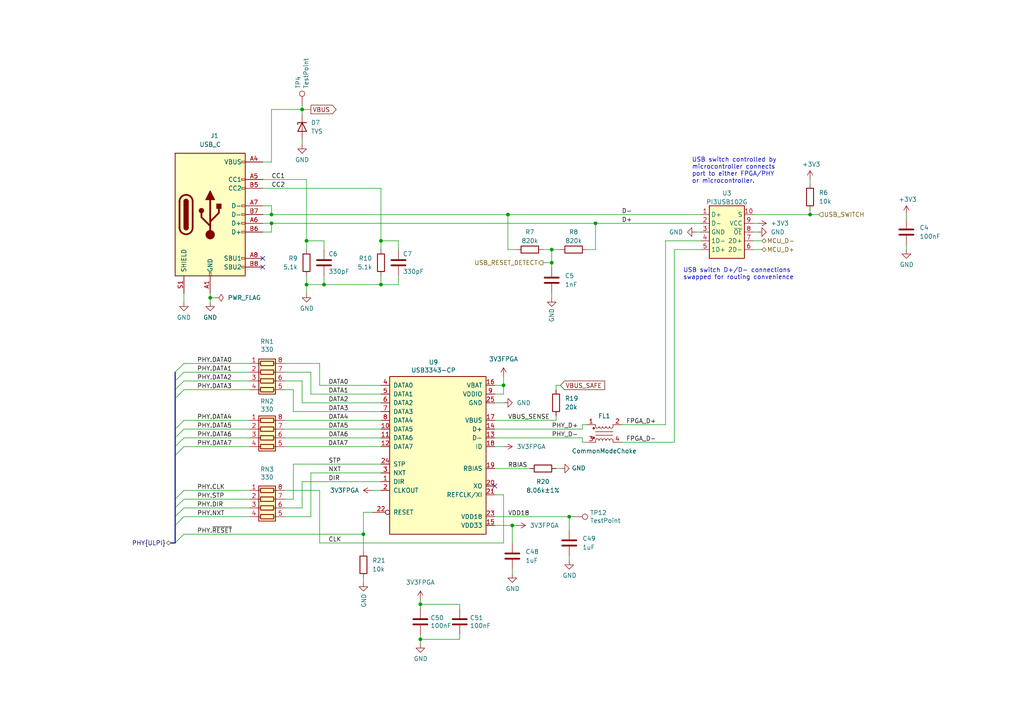
<source format=kicad_sch>
(kicad_sch (version 20230121) (generator eeschema)
  (paper "A4")
  (title_block (title "URTI Mainboard") (date "${DATE}") (rev "${VERSION}") (company "Copyright 2023 Great Scott Gadgets") (comment 1 "Licensed under the CERN-OHL-P v2"))
  (lib_symbols
    (symbol "Connector:TestPoint" (pin_numbers hide) (pin_names (offset 0.762) hide)
      (property "Reference" "TP" (at 0 6.858 0))
      (property "Value" "TestPoint" (at 0 5.08 0))
      (symbol "TestPoint_0_1"
        (circle (center 0 3.302) (radius 0.762))
      )
      (symbol "TestPoint_1_1"
        (pin passive line (at 0 0 90) (length 2.54) (name "1") (number "1"))
      )
    )
    (symbol "Connector:USB_C_Receptacle_USB2.0" (pin_names (offset 1.016))
      (property "Reference" "J" (at -10.16 19.05 0))
      (property "Value" "USB_C_Receptacle_USB2.0" (at 19.05 19.05 0))
      (symbol "USB_C_Receptacle_USB2.0_0_0"
        (rectangle (start -0.254 -17.78) (end 0.254 -16.764))
        (rectangle (start 10.16 -14.986) (end 9.144 -15.494))
        (rectangle (start 10.16 -12.446) (end 9.144 -12.954))
        (rectangle (start 10.16 -4.826) (end 9.144 -5.334))
        (rectangle (start 10.16 -2.286) (end 9.144 -2.794))
        (rectangle (start 10.16 0.254) (end 9.144 -0.254))
        (rectangle (start 10.16 2.794) (end 9.144 2.286))
        (rectangle (start 10.16 7.874) (end 9.144 7.366))
        (rectangle (start 10.16 10.414) (end 9.144 9.906))
        (rectangle (start 10.16 15.494) (end 9.144 14.986))
      )
      (symbol "USB_C_Receptacle_USB2.0_0_1"
        (rectangle (start -10.16 17.78) (end 10.16 -17.78) (stroke (width 0.254)) (fill (type background)))
        (arc (start -8.89 -3.81) (mid -6.985 -5.7067) (end -5.08 -3.81) (stroke (width 0.508)))
        (arc (start -7.62 -3.81) (mid -6.985 -4.4423) (end -6.35 -3.81) (stroke (width 0.254)))
        (arc (start -7.62 -3.81) (mid -6.985 -4.4423) (end -6.35 -3.81) (stroke (width 0.254)) (fill (type outline)))
        (rectangle (start -7.62 -3.81) (end -6.35 3.81) (stroke (width 0.254)) (fill (type outline)))
        (arc (start -6.35 3.81) (mid -6.985 4.4423) (end -7.62 3.81) (stroke (width 0.254)))
        (arc (start -6.35 3.81) (mid -6.985 4.4423) (end -7.62 3.81) (stroke (width 0.254)) (fill (type outline)))
        (arc (start -5.08 3.81) (mid -6.985 5.7067) (end -8.89 3.81) (stroke (width 0.508)))
        (circle (center -2.54 1.143) (radius 0.635) (stroke (width 0.254)) (fill (type outline)))
        (circle (center 0 -5.842) (radius 1.27) (fill (type outline)))
        (polyline (pts (xy -8.89 -3.81) (xy -8.89 3.81)) (stroke (width 0.508)))
        (polyline (pts (xy -5.08 3.81) (xy -5.08 -3.81)) (stroke (width 0.508)))
        (polyline (pts (xy 0 -5.842) (xy 0 4.318)) (stroke (width 0.508)))
        (polyline (pts (xy 0 -3.302) (xy -2.54 -0.762) (xy -2.54 0.508)) (stroke (width 0.508)))
        (polyline (pts (xy 0 -2.032) (xy 2.54 0.508) (xy 2.54 1.778)) (stroke (width 0.508)))
        (polyline (pts (xy -1.27 4.318) (xy 0 6.858) (xy 1.27 4.318) (xy -1.27 4.318)) (stroke (width 0.254)) (fill (type outline)))
        (rectangle (start 1.905 1.778) (end 3.175 3.048) (stroke (width 0.254)) (fill (type outline)))
      )
      (symbol "USB_C_Receptacle_USB2.0_1_1"
        (pin passive line (at 0 -22.86 90) (length 5.08) (name "GND") (number "A1"))
        (pin passive line (at 0 -22.86 90) (length 5.08) hide (name "GND") (number "A12"))
        (pin passive line (at 15.24 15.24 180) (length 5.08) (name "VBUS") (number "A4"))
        (pin bidirectional line (at 15.24 10.16 180) (length 5.08) (name "CC1") (number "A5"))
        (pin bidirectional line (at 15.24 -2.54 180) (length 5.08) (name "D+") (number "A6"))
        (pin bidirectional line (at 15.24 2.54 180) (length 5.08) (name "D-") (number "A7"))
        (pin bidirectional line (at 15.24 -12.7 180) (length 5.08) (name "SBU1") (number "A8"))
        (pin passive line (at 15.24 15.24 180) (length 5.08) hide (name "VBUS") (number "A9"))
        (pin passive line (at 0 -22.86 90) (length 5.08) hide (name "GND") (number "B1"))
        (pin passive line (at 0 -22.86 90) (length 5.08) hide (name "GND") (number "B12"))
        (pin passive line (at 15.24 15.24 180) (length 5.08) hide (name "VBUS") (number "B4"))
        (pin bidirectional line (at 15.24 7.62 180) (length 5.08) (name "CC2") (number "B5"))
        (pin bidirectional line (at 15.24 -5.08 180) (length 5.08) (name "D+") (number "B6"))
        (pin bidirectional line (at 15.24 0 180) (length 5.08) (name "D-") (number "B7"))
        (pin bidirectional line (at 15.24 -15.24 180) (length 5.08) (name "SBU2") (number "B8"))
        (pin passive line (at 15.24 15.24 180) (length 5.08) hide (name "VBUS") (number "B9"))
        (pin passive line (at -7.62 -22.86 90) (length 5.08) (name "SHIELD") (number "S1"))
      )
    )
    (symbol "Device:C" (pin_numbers hide) (pin_names (offset 0.254))
      (property "Reference" "C" (at 0.635 2.54 0))
      (property "Value" "C" (at 0.635 -2.54 0))
      (symbol "C_0_1"
        (polyline (pts (xy -2.032 -0.762) (xy 2.032 -0.762)) (stroke (width 0.508)))
        (polyline (pts (xy -2.032 0.762) (xy 2.032 0.762)) (stroke (width 0.508)))
      )
      (symbol "C_1_1"
        (pin passive line (at 0 3.81 270) (length 2.794) (name "~") (number "1"))
        (pin passive line (at 0 -3.81 90) (length 2.794) (name "~") (number "2"))
      )
    )
    (symbol "Device:D_Zener" (pin_numbers hide) (pin_names (offset 1.016) hide)
      (property "Reference" "D" (at 0 2.54 0))
      (property "Value" "D_Zener" (at 0 -2.54 0))
      (symbol "D_Zener_0_1"
        (polyline (pts (xy 1.27 0) (xy -1.27 0)))
        (polyline (pts (xy -1.27 -1.27) (xy -1.27 1.27) (xy -0.762 1.27)) (stroke (width 0.254)))
        (polyline (pts (xy 1.27 -1.27) (xy 1.27 1.27) (xy -1.27 0) (xy 1.27 -1.27)) (stroke (width 0.254)))
      )
      (symbol "D_Zener_1_1"
        (pin passive line (at -3.81 0 0) (length 2.54) (name "K") (number "1"))
        (pin passive line (at 3.81 0 180) (length 2.54) (name "A") (number "2"))
      )
    )
    (symbol "Device:Filter_EMI_CommonMode" (pin_names (offset 0.254) hide)
      (property "Reference" "FL" (at 0 4.445 0))
      (property "Value" "Filter_EMI_CommonMode" (at 0 -4.445 0))
      (symbol "Filter_EMI_CommonMode_0_1"
        (circle (center -3.048 -1.27) (radius 0.254) (fill (type outline)))
        (circle (center -3.048 1.524) (radius 0.254) (fill (type outline)))
        (arc (start -2.54 2.032) (mid -2.032 1.5262) (end -1.524 2.032))
        (arc (start -1.524 -2.032) (mid -2.032 -1.5262) (end -2.54 -2.032))
        (arc (start -1.524 2.032) (mid -1.016 1.5262) (end -0.508 2.032))
        (arc (start -0.508 -2.032) (mid -1.016 -1.5262) (end -1.524 -2.032))
        (arc (start -0.508 2.032) (mid 0 1.5262) (end 0.508 2.032))
        (polyline (pts (xy -2.54 -2.032) (xy -2.54 -2.54)))
        (polyline (pts (xy -2.54 0.508) (xy 2.54 0.508)))
        (polyline (pts (xy -2.54 2.032) (xy -2.54 2.54)))
        (polyline (pts (xy 2.54 -2.032) (xy 2.54 -2.54)))
        (polyline (pts (xy 2.54 -0.508) (xy -2.54 -0.508)))
        (polyline (pts (xy 2.54 2.54) (xy 2.54 2.032)))
        (arc (start 0.508 -2.032) (mid 0 -1.5262) (end -0.508 -2.032))
        (arc (start 0.508 2.032) (mid 1.016 1.5262) (end 1.524 2.032))
        (arc (start 1.524 -2.032) (mid 1.016 -1.5262) (end 0.508 -2.032))
        (arc (start 1.524 2.032) (mid 2.032 1.5262) (end 2.54 2.032))
        (arc (start 2.54 -2.032) (mid 2.032 -1.5262) (end 1.524 -2.032))
      )
      (symbol "Filter_EMI_CommonMode_1_1"
        (pin passive line (at -5.08 2.54 0) (length 2.54) (name "1") (number "1"))
        (pin passive line (at 5.08 2.54 180) (length 2.54) (name "2") (number "2"))
        (pin passive line (at -5.08 -2.54 0) (length 2.54) (name "3") (number "3"))
        (pin passive line (at 5.08 -2.54 180) (length 2.54) (name "4") (number "4"))
      )
    )
    (symbol "Device:R" (pin_numbers hide) (pin_names (offset 0))
      (property "Reference" "R" (at 2.032 0 90))
      (property "Value" "R" (at 0 0 90))
      (symbol "R_0_1"
        (rectangle (start -1.016 -2.54) (end 1.016 2.54) (stroke (width 0.254)))
      )
      (symbol "R_1_1"
        (pin passive line (at 0 3.81 270) (length 1.27) (name "~") (number "1"))
        (pin passive line (at 0 -3.81 90) (length 1.27) (name "~") (number "2"))
      )
    )
    (symbol "Device:R_Pack04" (pin_names (offset 0) hide)
      (property "Reference" "RN" (at -7.62 0 90))
      (property "Value" "R_Pack04" (at 5.08 0 90))
      (symbol "R_Pack04_0_1"
        (rectangle (start -6.35 -2.413) (end 3.81 2.413) (stroke (width 0.254)) (fill (type background)))
        (rectangle (start -5.715 1.905) (end -4.445 -1.905) (stroke (width 0.254)))
        (rectangle (start -3.175 1.905) (end -1.905 -1.905) (stroke (width 0.254)))
        (rectangle (start -0.635 1.905) (end 0.635 -1.905) (stroke (width 0.254)))
        (polyline (pts (xy -5.08 -2.54) (xy -5.08 -1.905)))
        (polyline (pts (xy -5.08 1.905) (xy -5.08 2.54)))
        (polyline (pts (xy -2.54 -2.54) (xy -2.54 -1.905)))
        (polyline (pts (xy -2.54 1.905) (xy -2.54 2.54)))
        (polyline (pts (xy 0 -2.54) (xy 0 -1.905)))
        (polyline (pts (xy 0 1.905) (xy 0 2.54)))
        (polyline (pts (xy 2.54 -2.54) (xy 2.54 -1.905)))
        (polyline (pts (xy 2.54 1.905) (xy 2.54 2.54)))
        (rectangle (start 1.905 1.905) (end 3.175 -1.905) (stroke (width 0.254)))
      )
      (symbol "R_Pack04_1_1"
        (pin passive line (at -5.08 -5.08 90) (length 2.54) (name "R1.1") (number "1"))
        (pin passive line (at -2.54 -5.08 90) (length 2.54) (name "R2.1") (number "2"))
        (pin passive line (at 0 -5.08 90) (length 2.54) (name "R3.1") (number "3"))
        (pin passive line (at 2.54 -5.08 90) (length 2.54) (name "R4.1") (number "4"))
        (pin passive line (at 2.54 5.08 270) (length 2.54) (name "R4.2") (number "5"))
        (pin passive line (at 0 5.08 270) (length 2.54) (name "R3.2") (number "6"))
        (pin passive line (at -2.54 5.08 270) (length 2.54) (name "R2.2") (number "7"))
        (pin passive line (at -5.08 5.08 270) (length 2.54) (name "R1.2") (number "8"))
      )
    )
    (symbol "power:+3V3" (power) (pin_names (offset 0))
      (property "Value" "+3V3" (at 0 3.556 0))
      (symbol "+3V3_0_1"
        (polyline (pts (xy -0.762 1.27) (xy 0 2.54)))
        (polyline (pts (xy 0 0) (xy 0 2.54)))
        (polyline (pts (xy 0 2.54) (xy 0.762 1.27)))
      )
      (symbol "+3V3_1_1"
        (pin power_in line (at 0 0 90) (length 0) hide (name "+3V3") (number "1"))
      )
    )
    (symbol "power:GND" (power) (pin_names (offset 0))
      (property "Value" "GND" (at 0 -3.81 0))
      (symbol "GND_0_1"
        (polyline (pts (xy 0 0) (xy 0 -1.27) (xy 1.27 -1.27) (xy 0 -2.54) (xy -1.27 -1.27) (xy 0 -1.27)))
      )
      (symbol "GND_1_1"
        (pin power_in line (at 0 0 270) (length 0) hide (name "GND") (number "1"))
      )
    )
    (symbol "power:PWR_FLAG" (power) (pin_numbers hide) (pin_names (offset 0) hide)
      (property "Value" "PWR_FLAG" (at 0 3.81 0))
      (symbol "PWR_FLAG_0_0"
        (pin power_out line (at 0 0 90) (length 0) (name "pwr") (number "1"))
      )
      (symbol "PWR_FLAG_0_1"
        (polyline (pts (xy 0 0) (xy 0 1.27) (xy -1.016 1.905) (xy 0 2.54) (xy 1.016 1.905) (xy 0 1.27)))
      )
    )
    (symbol "support_hardware:3V3FPGA" (power) (pin_names (offset 0))
      (property "Value" "3V3FPGA" (at 0 3.81 0))
      (symbol "3V3FPGA_0_1"
        (polyline (pts (xy -0.762 1.27) (xy 0 2.54)))
        (polyline (pts (xy 0 0) (xy 0 2.54)))
        (polyline (pts (xy 0 2.54) (xy 0.762 1.27)))
      )
      (symbol "3V3FPGA_1_1"
        (pin power_in line (at 0 0 90) (length 0) hide (name "3V3FPGA") (number "1"))
      )
    )
    (symbol "usb:TC7USB42MU"
      (property "Reference" "U" (at 0 8.89 0))
      (property "Value" "TC7USB42MU" (at 0 -8.89 0))
      (symbol "TC7USB42MU_1_1"
        (rectangle (start -5.08 7.62) (end 5.08 -7.62) (stroke (width 0.254)) (fill (type background)))
        (pin bidirectional line (at -7.62 5.08 0) (length 2.54) (name "D+") (number "1"))
        (pin input line (at 7.62 5.08 180) (length 2.54) (name "S") (number "10"))
        (pin bidirectional line (at -7.62 2.54 0) (length 2.54) (name "D-") (number "2"))
        (pin power_in line (at -7.62 0 0) (length 2.54) (name "GND") (number "3"))
        (pin bidirectional line (at -7.62 -2.54 0) (length 2.54) (name "1D-") (number "4"))
        (pin bidirectional line (at -7.62 -5.08 0) (length 2.54) (name "1D+") (number "5"))
        (pin bidirectional line (at 7.62 -5.08 180) (length 2.54) (name "2D-") (number "6"))
        (pin bidirectional line (at 7.62 -2.54 180) (length 2.54) (name "2D+") (number "7"))
        (pin input line (at 7.62 0 180) (length 2.54) (name "~{OE}") (number "8"))
        (pin power_in line (at 7.62 2.54 180) (length 2.54) (name "VCC") (number "9"))
      )
    )
    (symbol "usb:USB3343" (pin_names (offset 1.016))
      (property "Reference" "U" (at 3.81 -46.99 0))
      (property "Value" "USB3343" (at 25.4 -46.99 0))
      (symbol "USB3343_1_1"
        (rectangle (start 2.54 0) (end 30.48 -45.72) (stroke (width 0.254)) (fill (type background)))
        (pin output line (at 0 -30.48 0) (length 2.54) (name "DIR") (number "1"))
        (pin bidirectional line (at 0 -15.24 0) (length 2.54) (name "DATA5") (number "10"))
        (pin bidirectional line (at 0 -17.78 0) (length 2.54) (name "DATA6") (number "11"))
        (pin bidirectional line (at 0 -20.32 0) (length 2.54) (name "DATA7") (number "12"))
        (pin bidirectional line (at 33.02 -17.78 180) (length 2.54) (name "D-") (number "13"))
        (pin bidirectional line (at 33.02 -15.24 180) (length 2.54) (name "D+") (number "14"))
        (pin power_out line (at 33.02 -43.18 180) (length 2.54) (name "VDD33") (number "15"))
        (pin power_in line (at 33.02 -2.54 180) (length 2.54) (name "VBAT") (number "16"))
        (pin bidirectional line (at 33.02 -12.7 180) (length 2.54) (name "VBUS") (number "17"))
        (pin input line (at 33.02 -20.32 180) (length 2.54) (name "ID") (number "18"))
        (pin input line (at 33.02 -26.67 180) (length 2.54) (name "RBIAS") (number "19"))
        (pin passive line (at 0 -33.02 0) (length 2.54) (name "CLKOUT") (number "2"))
        (pin output line (at 33.02 -31.75 180) (length 2.54) (name "XO") (number "20"))
        (pin input line (at 33.02 -34.29 180) (length 2.54) (name "REFCLK/XI") (number "21"))
        (pin input inverted (at -2.54 -39.37 0) (length 5.08) (name "RESET") (number "22"))
        (pin power_out line (at 33.02 -40.64 180) (length 2.54) (name "VDD18") (number "23"))
        (pin input line (at 0 -25.4 0) (length 2.54) (name "STP") (number "24"))
        (pin power_in line (at 33.02 -7.62 180) (length 2.54) (name "GND") (number "25"))
        (pin output line (at 0 -27.94 0) (length 2.54) (name "NXT") (number "3"))
        (pin bidirectional line (at 0 -2.54 0) (length 2.54) (name "DATA0") (number "4"))
        (pin bidirectional line (at 0 -5.08 0) (length 2.54) (name "DATA1") (number "5"))
        (pin bidirectional line (at 0 -7.62 0) (length 2.54) (name "DATA2") (number "6"))
        (pin bidirectional line (at 0 -10.16 0) (length 2.54) (name "DATA3") (number "7"))
        (pin bidirectional line (at 0 -12.7 0) (length 2.54) (name "DATA4") (number "8"))
        (pin power_in line (at 33.02 -5.08 180) (length 2.54) (name "VDDIO") (number "9"))
      )
    )
  )
  (junction (at 160.02 72.39))
  (junction (at 88.9 69.85))
  (junction (at 78.74 62.23))
  (junction (at 105.41 154.94))
  (junction (at 121.92 175.26))
  (junction (at 93.98 82.55))
  (junction (at 146.05 111.76))
  (junction (at 60.96 86.36))
  (junction (at 148.59 152.4))
  (junction (at 110.49 69.85))
  (junction (at 78.74 64.77))
  (junction (at 88.9 82.55))
  (junction (at 172.72 64.77))
  (junction (at 234.95 62.23))
  (junction (at 165.1 149.86))
  (junction (at 121.92 185.42))
  (junction (at 160.02 76.2))
  (junction (at 147.32 62.23))
  (junction (at 110.49 82.55))
  (junction (at 87.63 31.75))
  (no_connect (at 76.2 77.47))
  (no_connect (at 76.2 74.93))
  (no_connect (at 143.51 140.97))
  (bus_entry (at 50.8 132.08) (size 2.54 -2.54))
  (bus_entry (at 50.8 124.46) (size 2.54 -2.54))
  (bus_entry (at 50.8 113.03) (size 2.54 -2.54))
  (bus_entry (at 50.8 127) (size 2.54 -2.54))
  (bus_entry (at 50.8 129.54) (size 2.54 -2.54))
  (bus_entry (at 50.8 157.48) (size 2.54 -2.54))
  (bus_entry (at 53.34 149.86) (size -2.54 2.54))
  (bus_entry (at 50.8 115.57) (size 2.54 -2.54))
  (bus_entry (at 50.8 147.32) (size 2.54 -2.54))
  (bus_entry (at 50.8 110.49) (size 2.54 -2.54))
  (bus_entry (at 50.8 144.78) (size 2.54 -2.54))
  (bus_entry (at 50.8 149.86) (size 2.54 -2.54))
  (bus_entry (at 53.34 105.41) (size -2.54 2.54))
  (wire (pts (xy 87.63 30.48) (xy 87.63 31.75)))
  (wire (pts (xy 53.34 85.09) (xy 53.34 87.63)))
  (wire (pts (xy 168.91 124.46) (xy 168.91 123.19)))
  (wire (pts (xy 87.63 31.75) (xy 87.63 33.02)))
  (wire (pts (xy 82.55 107.95) (xy 90.17 107.95)))
  (wire (pts (xy 78.74 46.99) (xy 76.2 46.99)))
  (wire (pts (xy 203.2 72.39) (xy 195.58 72.39)))
  (wire (pts (xy 133.35 184.15) (xy 133.35 185.42)))
  (wire (pts (xy 143.51 127) (xy 168.91 127)))
  (bus (pts (xy 50.8 124.46) (xy 50.8 127)))
  (wire (pts (xy 72.39 127) (xy 53.34 127)))
  (wire (pts (xy 87.63 31.75) (xy 90.17 31.75)))
  (wire (pts (xy 143.51 129.54) (xy 146.05 129.54)))
  (wire (pts (xy 168.91 127) (xy 168.91 128.27)))
  (wire (pts (xy 148.59 157.48) (xy 148.59 152.4)))
  (wire (pts (xy 234.95 52.07) (xy 234.95 53.34)))
  (wire (pts (xy 148.59 152.4) (xy 143.51 152.4)))
  (wire (pts (xy 82.55 113.03) (xy 85.09 113.03)))
  (bus (pts (xy 50.8 152.4) (xy 50.8 157.48)))
  (wire (pts (xy 234.95 62.23) (xy 218.44 62.23)))
  (wire (pts (xy 218.44 67.31) (xy 219.71 67.31)))
  (wire (pts (xy 180.34 123.19) (xy 193.04 123.19)))
  (wire (pts (xy 133.35 185.42) (xy 121.92 185.42)))
  (wire (pts (xy 76.2 54.61) (xy 110.49 54.61)))
  (wire (pts (xy 143.51 124.46) (xy 168.91 124.46)))
  (wire (pts (xy 115.57 82.55) (xy 110.49 82.55)))
  (wire (pts (xy 78.74 31.75) (xy 87.63 31.75)))
  (wire (pts (xy 121.92 184.15) (xy 121.92 185.42)))
  (bus (pts (xy 50.8 107.95) (xy 50.8 110.49)))
  (wire (pts (xy 88.9 72.39) (xy 88.9 69.85)))
  (wire (pts (xy 60.96 86.36) (xy 60.96 87.63)))
  (wire (pts (xy 72.39 105.41) (xy 53.34 105.41)))
  (wire (pts (xy 160.02 72.39) (xy 162.56 72.39)))
  (bus (pts (xy 50.8 115.57) (xy 50.8 124.46)))
  (wire (pts (xy 72.39 129.54) (xy 53.34 129.54)))
  (bus (pts (xy 50.8 132.08) (xy 50.8 144.78)))
  (wire (pts (xy 92.71 142.24) (xy 92.71 157.48)))
  (wire (pts (xy 110.49 54.61) (xy 110.49 69.85)))
  (wire (pts (xy 105.41 154.94) (xy 105.41 148.59)))
  (wire (pts (xy 93.98 80.01) (xy 93.98 82.55)))
  (wire (pts (xy 115.57 72.39) (xy 115.57 69.85)))
  (wire (pts (xy 105.41 160.02) (xy 105.41 154.94)))
  (wire (pts (xy 160.02 76.2) (xy 157.48 76.2)))
  (wire (pts (xy 76.2 62.23) (xy 78.74 62.23)))
  (wire (pts (xy 193.04 69.85) (xy 203.2 69.85)))
  (wire (pts (xy 90.17 149.86) (xy 82.55 149.86)))
  (wire (pts (xy 85.09 113.03) (xy 85.09 119.38)))
  (wire (pts (xy 203.2 64.77) (xy 172.72 64.77)))
  (wire (pts (xy 72.39 110.49) (xy 53.34 110.49)))
  (wire (pts (xy 82.55 105.41) (xy 92.71 105.41)))
  (wire (pts (xy 72.39 124.46) (xy 53.34 124.46)))
  (wire (pts (xy 72.39 147.32) (xy 53.34 147.32)))
  (wire (pts (xy 165.1 153.67) (xy 165.1 149.86)))
  (wire (pts (xy 160.02 76.2) (xy 160.02 77.47)))
  (wire (pts (xy 262.89 71.12) (xy 262.89 72.39)))
  (wire (pts (xy 85.09 119.38) (xy 110.49 119.38)))
  (wire (pts (xy 92.71 111.76) (xy 110.49 111.76)))
  (wire (pts (xy 110.49 142.24) (xy 107.95 142.24)))
  (wire (pts (xy 72.39 142.24) (xy 53.34 142.24)))
  (wire (pts (xy 161.29 121.92) (xy 143.51 121.92)))
  (wire (pts (xy 172.72 72.39) (xy 170.18 72.39)))
  (bus (pts (xy 50.8 149.86) (xy 50.8 152.4)))
  (wire (pts (xy 88.9 82.55) (xy 88.9 85.09)))
  (wire (pts (xy 110.49 124.46) (xy 82.55 124.46)))
  (wire (pts (xy 72.39 149.86) (xy 53.34 149.86)))
  (wire (pts (xy 147.32 62.23) (xy 203.2 62.23)))
  (wire (pts (xy 146.05 114.3) (xy 143.51 114.3)))
  (wire (pts (xy 107.95 148.59) (xy 105.41 148.59)))
  (wire (pts (xy 172.72 64.77) (xy 172.72 72.39)))
  (wire (pts (xy 110.49 134.62) (xy 85.09 134.62)))
  (wire (pts (xy 161.29 120.65) (xy 161.29 121.92)))
  (wire (pts (xy 143.51 143.51) (xy 146.05 143.51)))
  (wire (pts (xy 60.96 86.36) (xy 62.23 86.36)))
  (wire (pts (xy 82.55 142.24) (xy 92.71 142.24)))
  (wire (pts (xy 201.93 67.31) (xy 203.2 67.31)))
  (bus (pts (xy 50.8 110.49) (xy 50.8 113.03)))
  (wire (pts (xy 153.67 135.89) (xy 143.51 135.89)))
  (wire (pts (xy 88.9 52.07) (xy 88.9 69.85)))
  (wire (pts (xy 76.2 59.69) (xy 78.74 59.69)))
  (wire (pts (xy 161.29 113.03) (xy 161.29 111.76)))
  (bus (pts (xy 50.8 144.78) (xy 50.8 147.32)))
  (bus (pts (xy 49.53 157.48) (xy 50.8 157.48)))
  (wire (pts (xy 76.2 64.77) (xy 78.74 64.77)))
  (wire (pts (xy 85.09 134.62) (xy 85.09 144.78)))
  (wire (pts (xy 218.44 72.39) (xy 220.98 72.39)))
  (wire (pts (xy 146.05 157.48) (xy 146.05 143.51)))
  (wire (pts (xy 87.63 116.84) (xy 110.49 116.84)))
  (wire (pts (xy 87.63 147.32) (xy 82.55 147.32)))
  (wire (pts (xy 110.49 137.16) (xy 90.17 137.16)))
  (wire (pts (xy 262.89 62.23) (xy 262.89 63.5)))
  (wire (pts (xy 78.74 62.23) (xy 147.32 62.23)))
  (wire (pts (xy 121.92 175.26) (xy 133.35 175.26)))
  (wire (pts (xy 78.74 59.69) (xy 78.74 62.23)))
  (wire (pts (xy 168.91 123.19) (xy 170.18 123.19)))
  (wire (pts (xy 90.17 137.16) (xy 90.17 149.86)))
  (wire (pts (xy 162.56 135.89) (xy 161.29 135.89)))
  (wire (pts (xy 93.98 72.39) (xy 93.98 69.85)))
  (wire (pts (xy 76.2 52.07) (xy 88.9 52.07)))
  (wire (pts (xy 143.51 149.86) (xy 165.1 149.86)))
  (wire (pts (xy 110.49 127) (xy 82.55 127)))
  (wire (pts (xy 90.17 114.3) (xy 110.49 114.3)))
  (wire (pts (xy 133.35 175.26) (xy 133.35 176.53)))
  (wire (pts (xy 78.74 64.77) (xy 78.74 67.31)))
  (bus (pts (xy 50.8 129.54) (xy 50.8 132.08)))
  (wire (pts (xy 143.51 111.76) (xy 146.05 111.76)))
  (wire (pts (xy 82.55 110.49) (xy 87.63 110.49)))
  (wire (pts (xy 193.04 123.19) (xy 193.04 69.85)))
  (wire (pts (xy 105.41 168.91) (xy 105.41 167.64)))
  (wire (pts (xy 78.74 64.77) (xy 172.72 64.77)))
  (wire (pts (xy 92.71 157.48) (xy 146.05 157.48)))
  (wire (pts (xy 88.9 80.01) (xy 88.9 82.55)))
  (wire (pts (xy 87.63 139.7) (xy 87.63 147.32)))
  (wire (pts (xy 121.92 175.26) (xy 121.92 176.53)))
  (wire (pts (xy 53.34 107.95) (xy 72.39 107.95)))
  (bus (pts (xy 50.8 127) (xy 50.8 129.54)))
  (wire (pts (xy 72.39 144.78) (xy 53.34 144.78)))
  (wire (pts (xy 148.59 152.4) (xy 149.86 152.4)))
  (wire (pts (xy 165.1 149.86) (xy 166.37 149.86)))
  (wire (pts (xy 90.17 107.95) (xy 90.17 114.3)))
  (wire (pts (xy 93.98 82.55) (xy 110.49 82.55)))
  (wire (pts (xy 157.48 72.39) (xy 160.02 72.39)))
  (wire (pts (xy 60.96 85.09) (xy 60.96 86.36)))
  (wire (pts (xy 195.58 72.39) (xy 195.58 128.27)))
  (wire (pts (xy 88.9 82.55) (xy 93.98 82.55)))
  (wire (pts (xy 115.57 69.85) (xy 110.49 69.85)))
  (wire (pts (xy 87.63 40.64) (xy 87.63 41.91)))
  (wire (pts (xy 87.63 110.49) (xy 87.63 116.84)))
  (wire (pts (xy 219.71 64.77) (xy 218.44 64.77)))
  (wire (pts (xy 160.02 85.09) (xy 160.02 86.36)))
  (wire (pts (xy 168.91 128.27) (xy 170.18 128.27)))
  (wire (pts (xy 115.57 80.01) (xy 115.57 82.55)))
  (wire (pts (xy 88.9 69.85) (xy 93.98 69.85)))
  (wire (pts (xy 147.32 62.23) (xy 147.32 72.39)))
  (wire (pts (xy 72.39 121.92) (xy 53.34 121.92)))
  (wire (pts (xy 195.58 128.27) (xy 180.34 128.27)))
  (wire (pts (xy 121.92 185.42) (xy 121.92 186.69)))
  (bus (pts (xy 50.8 147.32) (xy 50.8 149.86)))
  (wire (pts (xy 121.92 173.99) (xy 121.92 175.26)))
  (wire (pts (xy 234.95 62.23) (xy 237.49 62.23)))
  (bus (pts (xy 50.8 113.03) (xy 50.8 115.57)))
  (wire (pts (xy 147.32 72.39) (xy 149.86 72.39)))
  (wire (pts (xy 165.1 162.56) (xy 165.1 161.29)))
  (wire (pts (xy 110.49 82.55) (xy 110.49 80.01)))
  (wire (pts (xy 53.34 154.94) (xy 105.41 154.94)))
  (wire (pts (xy 234.95 60.96) (xy 234.95 62.23)))
  (wire (pts (xy 110.49 139.7) (xy 87.63 139.7)))
  (wire (pts (xy 146.05 114.3) (xy 146.05 111.76)))
  (wire (pts (xy 110.49 72.39) (xy 110.49 69.85)))
  (wire (pts (xy 110.49 121.92) (xy 82.55 121.92)))
  (wire (pts (xy 160.02 72.39) (xy 160.02 76.2)))
  (wire (pts (xy 78.74 67.31) (xy 76.2 67.31)))
  (wire (pts (xy 161.29 111.76) (xy 162.56 111.76)))
  (wire (pts (xy 148.59 166.37) (xy 148.59 165.1)))
  (wire (pts (xy 53.34 113.03) (xy 72.39 113.03)))
  (wire (pts (xy 92.71 105.41) (xy 92.71 111.76)))
  (wire (pts (xy 143.51 116.84) (xy 146.05 116.84)))
  (wire (pts (xy 220.98 69.85) (xy 218.44 69.85)))
  (wire (pts (xy 85.09 144.78) (xy 82.55 144.78)))
  (wire (pts (xy 82.55 129.54) (xy 110.49 129.54)))
  (wire (pts (xy 78.74 31.75) (xy 78.74 46.99)))
  (wire (pts (xy 146.05 111.76) (xy 146.05 109.22)))
  (text "USB switch controlled by \nmicrocontroller connects\nport to either FPGA/PHY\nor microcontroller." (at 200.66 53.34 0) (effects (font (size 1.27 1.27)) (justify left bottom)))
  (text "USB switch D+/D- connections\nswapped for routing convenience" (at 198.12 81.28 0) (effects (font (size 1.27 1.27)) (justify left bottom)))
  (label "FPGA_D+" (at 181.61 123.19 0))
  (label "PHY.DATA6" (at 57.15 127 0))
  (label "PHY.DATA7" (at 57.15 129.54 0))
  (label "DATA7" (at 95.1702 129.54 0))
  (label "D-" (at 180.34 62.23 0))
  (label "RBIAS" (at 147.32 135.89 0))
  (label "PHY.DIR" (at 57.15 147.32 0))
  (label "DIR" (at 95.25 139.7 0))
  (label "DATA6" (at 95.25 127 0))
  (label "PHY_D+" (at 160.02 124.46 0))
  (label "PHY_D-" (at 160.02 127 0))
  (label "VDD18" (at 147.32 149.86 0))
  (label "PHY.DATA4" (at 57.15 121.92 0))
  (label "DATA2" (at 95.25 116.84 0))
  (label "STP" (at 95.25 134.62 0))
  (label "PHY.DATA1" (at 57.15 107.95 0))
  (label "DATA0" (at 95.25 111.76 0))
  (label "DATA4" (at 95.25 121.92 0))
  (label "PHY.CLK" (at 57.15 142.24 0))
  (label "CLK" (at 95.25 157.48 0))
  (label "CC1" (at 78.74 52.07 0))
  (label "VBUS_SENSE" (at 147.32 121.92 0))
  (label "D+" (at 180.34 64.77 0))
  (label "PHY.DATA3" (at 57.15 113.03 0))
  (label "DATA5" (at 95.25 124.46 0))
  (label "FPGA_D-" (at 181.61 128.27 0))
  (label "PHY.NXT" (at 57.15 149.86 0))
  (label "DATA3" (at 95.25 119.38 0))
  (label "CC2" (at 78.74 54.61 0))
  (label "NXT" (at 95.25 137.16 0))
  (label "DATA1" (at 95.25 114.3 0))
  (label "PHY.DATA5" (at 57.15 124.46 0))
  (label "PHY.DATA0" (at 57.15 105.41 0))
  (label "PHY.~{RESET}" (at 57.15 154.94 0))
  (label "PHY.STP" (at 57.15 144.78 0))
  (label "PHY.DATA2" (at 57.15 110.49 0))
  (global_label "VBUS" (shape output) (at 90.17 31.75 0) (property "Intersheetrefs" "${INTERSHEET_REFS}" (effects hide)))
  (global_label "VBUS_SAFE" (shape input) (at 162.56 111.76 0) (property "Intersheetrefs" "${INTERSHEET_REFS}" (effects hide)))
  (hierarchical_label "MCU_D+" (shape bidirectional) (at 220.98 72.39 0))
  (hierarchical_label "MCU_D-" (shape bidirectional) (at 220.98 69.85 0))
  (hierarchical_label "USB_RESET_DETECT" (shape output) (at 157.48 76.2 180))
  (hierarchical_label "PHY{ULPI}" (shape bidirectional) (at 49.53 157.48 180))
  (hierarchical_label "USB_SWITCH" (shape input) (at 237.49 62.23 0))
  (symbol (lib_id "power:+3V3") (at 262.89 62.23 0) (unit 1)
    (property "Reference" "#PWR033" (effects hide))
    (property "Value" "+3V3" (at 263.2456 57.8358 0))
  )
  (symbol (lib_id "power:GND") (at 262.89 72.39 0) (unit 1)
    (property "Reference" "#PWR037" (effects hide))
    (property "Value" "GND" (at 262.9916 76.7588 0))
  )
  (symbol (lib_id "power:GND") (at 88.9 85.09 0) (unit 1)
    (property "Reference" "#PWR039" (effects hide))
    (property "Value" "GND" (at 89.0016 89.4588 0))
  )
  (symbol (lib_id "Device:C") (at 115.57 76.2 0) (unit 1)
    (property "Reference" "C7" (at 116.84 73.66 0) (effects (justify left)))
    (property "Value" "330pF" (at 116.84 78.74 0) (effects (justify left)))
    (property "Footprint" "Capacitor_SMD:C_0201_0603Metric" (effects hide))
    (property "Part Number" "GRM0335C1E331JA01D" (effects hide))
    (property "Substitution" "GRM0335C1E331JA01*" (effects hide))
    (property "Description" "CAP CER 330PF 25V C0G/NP0 0201" (effects hide))
    (property "Manufacturer" "Murata" (effects hide))
  )
  (symbol (lib_id "Device:C") (at 93.98 76.2 0) (unit 1)
    (property "Reference" "C6" (at 95.25 73.66 0) (effects (justify left)))
    (property "Value" "330pF" (at 95.25 78.74 0) (effects (justify left)))
    (property "Footprint" "Capacitor_SMD:C_0201_0603Metric" (effects hide))
    (property "Part Number" "GRM0335C1E331JA01D" (effects hide))
    (property "Substitution" "GRM0335C1E331JA01*" (effects hide))
    (property "Description" "CAP CER 330PF 25V C0G/NP0 0201" (effects hide))
    (property "Manufacturer" "Murata" (effects hide))
  )
  (symbol (lib_id "Device:R") (at 88.9 76.2 0) (mirror x) (unit 1)
    (property "Reference" "R9" (at 86.36 74.93 0) (effects (justify right)))
    (property "Value" "5.1k" (at 86.36 77.47 0) (effects (justify right)))
    (property "Footprint" "Resistor_SMD:R_0402_1005Metric" (effects hide))
    (property "Part Number" "RC0402JR-075K1L" (effects hide))
    (property "Substitution" "any equivalent" (effects hide))
    (property "Description" "RES 5.1K OHM 5% 1/16W 0402" (effects hide))
    (property "Manufacturer" "Yageo" (effects hide))
  )
  (symbol (lib_id "Device:R") (at 110.49 76.2 0) (mirror x) (unit 1)
    (property "Reference" "R10" (at 107.95 74.93 0) (effects (justify right)))
    (property "Value" "5.1k" (at 107.95 77.47 0) (effects (justify right)))
    (property "Footprint" "Resistor_SMD:R_0402_1005Metric" (effects hide))
    (property "Part Number" "RC0402JR-075K1L" (effects hide))
    (property "Substitution" "any equivalent" (effects hide))
    (property "Description" "RES 5.1K OHM 5% 1/16W 0402" (effects hide))
    (property "Manufacturer" "Yageo" (effects hide))
  )
  (symbol (lib_id "Connector:TestPoint") (at 166.37 149.86 270) (unit 1) (in_bom no)
    (property "Reference" "TP12" (at 171.1198 148.717 90) (effects (justify left)))
    (property "Value" "TestPoint" (at 171.1198 151.003 90) (effects (justify left)))
    (property "Footprint" "TestPoint:TestPoint_Pad_D1.0mm" (effects hide))
  )
  (symbol (lib_id "Device:R_Pack04") (at 77.47 127 270) (unit 1)
    (property "Reference" "RN2" (at 77.47 116.4082 90))
    (property "Value" "330" (at 77.47 118.7196 90))
    (property "Footprint" "Resistor_SMD:R_Array_Convex_4x0402" (effects hide))
    (property "Description" "RES ARRAY 4 RES 330 OHM 0804" (effects hide))
    (property "Manufacturer" "Yageo" (effects hide))
    (property "Part Number" "YC124-JR-07330RL" (effects hide))
    (property "Substitution" "any equivalent" (effects hide))
  )
  (symbol (lib_id "Device:C") (at 148.59 161.29 0) (unit 1)
    (property "Reference" "C48" (at 152.4 160.02 0) (effects (justify left)))
    (property "Value" "1uF" (at 152.4 162.56 0) (effects (justify left)))
    (property "Footprint" "Capacitor_SMD:C_0402_1005Metric" (effects hide))
    (property "Part Number" "CL05A105KP5NNNC" (effects hide))
    (property "Substitution" "any equivalent" (effects hide))
    (property "Description" "CAP CER 1UF 10V X5R 0402" (effects hide))
    (property "Manufacturer" "Samsung" (effects hide))
  )
  (symbol (lib_id "power:GND") (at 53.34 87.63 0) (unit 1)
    (property "Reference" "#PWR040" (effects hide))
    (property "Value" "GND" (at 53.34 92.0734 0))
  )
  (symbol (lib_id "power:GND") (at 165.1 162.56 0) (unit 1)
    (property "Reference" "#PWR0121" (effects hide))
    (property "Value" "GND" (at 165.2016 166.9288 0))
  )
  (symbol (lib_id "power:+3V3") (at 234.95 52.07 0) (unit 1)
    (property "Reference" "#PWR031" (effects hide))
    (property "Value" "+3V3" (at 235.3056 47.6758 0))
  )
  (symbol (lib_id "power:GND") (at 160.02 86.36 0) (unit 1)
    (property "Reference" "#PWR038" (effects hide))
    (property "Value" "GND" (at 160.02 91.44 90))
  )
  (symbol (lib_id "Device:C") (at 160.02 81.28 0) (unit 1)
    (property "Reference" "C5" (at 163.83 80.01 0) (effects (justify left)))
    (property "Value" "1nF" (at 163.83 82.55 0) (effects (justify left)))
    (property "Footprint" "Capacitor_SMD:C_0201_0603Metric" (effects hide))
    (property "Part Number" "GRM033R71E102KA01D" (effects hide))
    (property "Substitution" "GRM033R71E102KA01*" (effects hide))
    (property "Description" "CAP CER 1000PF 25V X7R 0201" (effects hide))
    (property "Manufacturer" "Murata" (effects hide))
  )
  (symbol (lib_id "support_hardware:3V3FPGA") (at 107.95 142.24 90) (unit 1)
    (property "Reference" "#PWR0317" (effects hide))
    (property "Value" "3V3FPGA" (at 104.14 142.24 90) (effects (justify left)))
    (instances (project "mainboard" (path "" (reference "#PWR0317") (unit 1)) (path "" (reference "#PWR0147") (unit 1)) (path "" (reference "#PWR0287") (unit 1)) (path "" (reference "#PWR0113") (unit 1))))
  )
  (symbol (lib_id "Device:Filter_EMI_CommonMode") (at 175.26 125.73 0) (unit 1)
    (property "Reference" "FL1" (at 175.26 120.65 0))
    (property "Value" "CommonModeChoke" (at 175.26 130.81 0))
    (property "Footprint" "mainboard:L_CommonModeChoke_Murata_DLM0NS" (effects hide))
    (property "Datasheet" "https://www.murata.com/en-global/products/productdata/8799424610334/EFLD0009.pdf" (effects hide))
    (property "Description" "CMC 100MA 2LN 90 OHM SMD" (effects hide))
    (property "Manufacturer" "Murata" (effects hide))
    (property "Part Number" "DLM0NSN900HY2D" (effects hide))
  )
  (symbol (lib_id "support_hardware:3V3FPGA") (at 149.86 152.4 270) (unit 1)
    (property "Reference" "#PWR0317" (effects hide))
    (property "Value" "3V3FPGA" (at 153.67 152.4 90) (effects (justify left)))
    (instances (project "mainboard" (path "" (reference "#PWR0317") (unit 1)) (path "" (reference "#PWR0147") (unit 1)) (path "" (reference "#PWR0287") (unit 1)) (path "" (reference "#PWR0120") (unit 1))))
  )
  (symbol (lib_id "Device:R") (at 157.48 135.89 270) (unit 1)
    (property "Reference" "R20" (at 157.48 139.7 90))
    (property "Value" "8.06k±1%" (at 157.48 142.24 90))
    (property "Footprint" "Resistor_SMD:R_0402_1005Metric" (effects hide))
    (property "Description" "RES SMD 8.06K OHM 1% 1/10W 0402" (effects hide))
    (property "Manufacturer" "Panasonic" (effects hide))
    (property "Part Number" "ERJ-2RKF8061X" (effects hide))
    (property "Substitution" "any equivalent" (effects hide))
  )
  (symbol (lib_id "usb:USB3343") (at 110.49 109.22 0) (unit 1)
    (property "Reference" "U9" (at 125.73 105.0798 0))
    (property "Value" "USB3343-CP" (at 125.73 107.3658 0))
    (property "Footprint" "Package_DFN_QFN:VQFN-24-1EP_4x4mm_P0.5mm_EP2.45x2.45mm" (effects hide))
    (property "Datasheet" "http://ww1.microchip.com/downloads/en/DeviceDoc/334x.pdf" (effects hide))
    (property "Description" "IC TRANSCEIVER 1/1 24QFN" (effects hide))
    (property "Manufacturer" "Microchip" (effects hide))
    (property "Part Number" "USB3343-CP" (effects hide))
  )
  (symbol (lib_id "Device:R_Pack04") (at 77.47 110.49 270) (unit 1)
    (property "Reference" "RN1" (at 77.47 99.06 90))
    (property "Value" "330" (at 77.47 101.3714 90))
    (property "Footprint" "Resistor_SMD:R_Array_Convex_4x0402" (effects hide))
    (property "Description" "RES ARRAY 4 RES 330 OHM 0804" (effects hide))
    (property "Manufacturer" "Yageo" (effects hide))
    (property "Part Number" "YC124-JR-07330RL" (effects hide))
    (property "Substitution" "any equivalent" (effects hide))
  )
  (symbol (lib_id "power:GND") (at 121.92 186.69 0) (unit 1)
    (property "Reference" "#PWR0115" (effects hide))
    (property "Value" "GND" (at 122.0216 191.0588 0))
  )
  (symbol (lib_id "support_hardware:3V3FPGA") (at 146.05 109.22 0) (unit 1)
    (property "Reference" "#PWR0317" (effects hide))
    (property "Value" "3V3FPGA" (at 146.05 104.14 0))
    (instances (project "mainboard" (path "" (reference "#PWR0317") (unit 1)) (path "" (reference "#PWR0147") (unit 1)) (path "" (reference "#PWR0287") (unit 1)) (path "" (reference "#PWR0118") (unit 1))))
  )
  (symbol (lib_id "usb:TC7USB42MU") (at 210.82 67.31 0) (unit 1)
    (property "Reference" "U3" (at 210.82 56.041 0))
    (property "Value" "PI3USB102G" (at 210.82 58.5779 0))
    (property "Footprint" "mainboard:Diodes_10-TQFN_ZL" (effects hide))
    (property "Datasheet" "https://www.diodes.com/assets/Datasheets/PI3USB102G.pdf" (effects hide))
    (property "Manufacturer" "Diodes Inc." (effects hide))
    (property "Part Number" "PI3USB102GZLEX" (effects hide))
    (property "Description" "IC USB 2.0 SWITCH 2:1 10TQFN" (effects hide))
  )
  (symbol (lib_id "Device:R_Pack04") (at 77.47 147.32 270) (unit 1)
    (property "Reference" "RN3" (at 77.47 136.1186 90))
    (property "Value" "330" (at 77.47 138.43 90))
    (property "Footprint" "Resistor_SMD:R_Array_Convex_4x0402" (effects hide))
    (property "Description" "RES ARRAY 4 RES 330 OHM 0804" (effects hide))
    (property "Manufacturer" "Yageo" (effects hide))
    (property "Part Number" "YC124-JR-07330RL" (effects hide))
    (property "Substitution" "any equivalent" (effects hide))
  )
  (symbol (lib_id "power:PWR_FLAG") (at 62.23 86.36 270) (unit 1)
    (property "Reference" "#FLG03" (effects hide))
    (property "Value" "PWR_FLAG" (at 66.04 86.36 90) (effects (justify left)))
  )
  (symbol (lib_id "power:+3V3") (at 219.71 64.77 270) (unit 1)
    (property "Reference" "#PWR034" (effects hide))
    (property "Value" "+3V3" (at 223.52 64.77 90) (effects (justify left)))
  )
  (symbol (lib_id "support_hardware:3V3FPGA") (at 121.92 173.99 0) (unit 1)
    (property "Reference" "#PWR0317" (effects hide))
    (property "Value" "3V3FPGA" (at 121.92 168.91 0))
    (instances (project "mainboard" (path "" (reference "#PWR0317") (unit 1)) (path "" (reference "#PWR0147") (unit 1)) (path "" (reference "#PWR0287") (unit 1)) (path "" (reference "#PWR0114") (unit 1))))
  )
  (symbol (lib_id "Device:R") (at 161.29 116.84 0) (unit 1)
    (property "Reference" "R19" (at 163.83 115.57 0) (effects (justify left)))
    (property "Value" "20k" (at 163.83 118.11 0) (effects (justify left)))
    (property "Footprint" "Resistor_SMD:R_0402_1005Metric" (effects hide))
    (property "Description" "RES SMD 20K OHM 5% 1/16W 0402" (effects hide))
    (property "Manufacturer" "Yageo" (effects hide))
    (property "Part Number" "RC0402JR-0720KL" (effects hide))
    (property "Substitution" "any equivalent" (effects hide))
  )
  (symbol (lib_id "Device:R") (at 105.41 163.83 0) (unit 1)
    (property "Reference" "R21" (at 107.95 162.56 0) (effects (justify left)))
    (property "Value" "10k" (at 107.95 165.1 0) (effects (justify left)))
    (property "Footprint" "Resistor_SMD:R_0402_1005Metric" (effects hide))
    (property "Part Number" "RC0402JR-0710KL" (effects hide))
    (property "Substitution" "any equivalent" (effects hide))
    (property "Description" "RES 10K OHM 5% 1/16W 0402" (effects hide))
    (property "Manufacturer" "Yageo" (effects hide))
  )
  (symbol (lib_id "support_hardware:3V3FPGA") (at 146.05 129.54 270) (unit 1)
    (property "Reference" "#PWR0317" (effects hide))
    (property "Value" "3V3FPGA" (at 149.86 129.54 90) (effects (justify left)))
    (instances (project "mainboard" (path "" (reference "#PWR0317") (unit 1)) (path "" (reference "#PWR0147") (unit 1)) (path "" (reference "#PWR0287") (unit 1)) (path "" (reference "#PWR0116") (unit 1))))
  )
  (symbol (lib_id "power:GND") (at 219.71 67.31 90) (unit 1)
    (property "Reference" "#PWR036" (effects hide))
    (property "Value" "GND" (at 223.52 67.31 90) (effects (justify right)))
  )
  (symbol (lib_id "Device:R") (at 234.95 57.15 0) (unit 1)
    (property "Reference" "R6" (at 237.49 55.88 0) (effects (justify left)))
    (property "Value" "10k" (at 237.49 58.42 0) (effects (justify left)))
    (property "Footprint" "Resistor_SMD:R_0402_1005Metric" (effects hide))
    (property "Part Number" "RC0402JR-0710KL" (effects hide))
    (property "Substitution" "any equivalent" (effects hide))
    (property "Description" "RES 10K OHM 5% 1/16W 0402" (effects hide))
    (property "Manufacturer" "Yageo" (effects hide))
  )
  (symbol (lib_id "Device:R") (at 166.37 72.39 90) (unit 1)
    (property "Reference" "R8" (at 166.37 67.31 90))
    (property "Value" "820k" (at 166.37 69.85 90))
    (property "Footprint" "Resistor_SMD:R_0402_1005Metric" (effects hide))
    (property "Part Number" "RC0402JR-07820KL" (effects hide))
    (property "Substitution" "any equivalent" (effects hide))
    (property "Description" "RES 820K OHM 5% 1/16W 0402" (effects hide))
    (property "Manufacturer" "Yageo" (effects hide))
  )
  (symbol (lib_id "power:GND") (at 60.96 87.63 0) (unit 1)
    (property "Reference" "#PWR041" (effects hide))
    (property "Value" "GND" (at 60.96 92.0734 0))
  )
  (symbol (lib_id "power:GND") (at 162.56 135.89 90) (unit 1)
    (property "Reference" "#PWR0122" (effects hide))
    (property "Value" "GND" (at 165.8112 135.763 90) (effects (justify right)))
  )
  (symbol (lib_id "Device:C") (at 165.1 157.48 0) (unit 1)
    (property "Reference" "C49" (at 168.91 156.21 0) (effects (justify left)))
    (property "Value" "1uF" (at 168.91 158.75 0) (effects (justify left)))
    (property "Footprint" "Capacitor_SMD:C_0402_1005Metric" (effects hide))
    (property "Part Number" "CL05A105KP5NNNC" (effects hide))
    (property "Substitution" "any equivalent" (effects hide))
    (property "Description" "CAP CER 1UF 10V X5R 0402" (effects hide))
    (property "Manufacturer" "Samsung" (effects hide))
  )
  (symbol (lib_id "Device:C") (at 121.92 180.34 0) (unit 1)
    (property "Reference" "C50" (at 124.841 179.197 0) (effects (justify left)))
    (property "Value" "100nF" (at 124.841 181.483 0) (effects (justify left)))
    (property "Footprint" "Capacitor_SMD:C_0402_1005Metric" (effects hide))
    (property "Part Number" "CL05A104KA5NNNC" (effects hide))
    (property "Substitution" "any equivalent" (effects hide))
    (property "Description" "CAP CER 0.1UF 25V X5R 0402" (effects hide))
    (property "Manufacturer" "Samsung" (effects hide))
  )
  (symbol (lib_id "Device:D_Zener") (at 87.63 36.83 90) (mirror x) (unit 1)
    (property "Reference" "D7" (at 90.17 35.56 90) (effects (justify right)))
    (property "Value" "TVS" (at 90.17 38.1 90) (effects (justify right)))
    (property "Footprint" "mainboard:DFN1006-2" (effects hide))
    (property "Datasheet" "https://assets.nexperia.com/documents/data-sheet/PESDXS1UL_SER.pdf" (effects hide))
    (property "Manufacturer" "Nexperia" (effects hide))
    (property "Part Number" "PESD36VS1UL,315" (effects hide))
    (property "Description" "TVS DIODE 36VWM 80VC DFN1006-2" (effects hide))
  )
  (symbol (lib_id "Device:C") (at 133.35 180.34 0) (unit 1)
    (property "Reference" "C51" (at 136.271 179.197 0) (effects (justify left)))
    (property "Value" "100nF" (at 136.271 181.483 0) (effects (justify left)))
    (property "Footprint" "Capacitor_SMD:C_0402_1005Metric" (effects hide))
    (property "Part Number" "CL05A104KA5NNNC" (effects hide))
    (property "Substitution" "any equivalent" (effects hide))
    (property "Description" "CAP CER 0.1UF 25V X5R 0402" (effects hide))
    (property "Manufacturer" "Samsung" (effects hide))
  )
  (symbol (lib_id "Connector:USB_C_Receptacle_USB2.0") (at 60.96 62.23 0) (unit 1)
    (property "Reference" "J1" (at 62.23 39.37 0))
    (property "Value" "USB_C" (at 60.96 41.91 0))
    (property "Footprint" "mainboard:USB_C_Receptacle_HRO_TYPE-C-31-M-12" (effects hide))
    (property "Description" "CONN RCPT USB2.0 TYPE-C 16POS" (effects hide))
    (property "Manufacturer" "DEALON" (effects hide))
    (property "Part Number" "USB-TYPE-C-019" (effects hide))
    (property "Substitution" "Yuandi TYPE-611A-T3" (effects hide))
  )
  (symbol (lib_id "power:GND") (at 201.93 67.31 270) (unit 1)
    (property "Reference" "#PWR035" (effects hide))
    (property "Value" "GND" (at 198.12 67.31 90) (effects (justify right)))
  )
  (symbol (lib_id "power:GND") (at 105.41 168.91 0) (unit 1)
    (property "Reference" "#PWR0112" (effects hide))
    (property "Value" "GND" (at 105.537 172.1612 90) (effects (justify right)))
  )
  (symbol (lib_id "Connector:TestPoint") (at 87.63 30.48 0) (unit 1) (in_bom no)
    (property "Reference" "TP4" (at 86.487 25.7302 90) (effects (justify left)))
    (property "Value" "TestPoint" (at 88.773 25.7302 90) (effects (justify left)))
    (property "Footprint" "TestPoint:TestPoint_Pad_D1.0mm" (effects hide))
  )
  (symbol (lib_id "power:GND") (at 87.63 41.91 0) (unit 1)
    (property "Reference" "#PWR032" (effects hide))
    (property "Value" "GND" (at 87.63 46.3534 0))
  )
  (symbol (lib_id "Device:R") (at 153.67 72.39 90) (unit 1)
    (property "Reference" "R7" (at 153.67 67.31 90))
    (property "Value" "820k" (at 153.67 69.85 90))
    (property "Footprint" "Resistor_SMD:R_0402_1005Metric" (effects hide))
    (property "Part Number" "RC0402JR-07820KL" (effects hide))
    (property "Substitution" "any equivalent" (effects hide))
    (property "Description" "RES 820K OHM 5% 1/16W 0402" (effects hide))
    (property "Manufacturer" "Yageo" (effects hide))
  )
  (symbol (lib_id "power:GND") (at 148.59 166.37 0) (unit 1)
    (property "Reference" "#PWR0119" (effects hide))
    (property "Value" "GND" (at 148.6916 170.7388 0))
  )
  (symbol (lib_id "power:GND") (at 146.05 116.84 90) (unit 1)
    (property "Reference" "#PWR0117" (effects hide))
    (property "Value" "GND" (at 149.86 116.84 90) (effects (justify right)))
  )
  (symbol (lib_id "Device:C") (at 262.89 67.31 0) (unit 1)
    (property "Reference" "C4" (at 266.7 66.04 0) (effects (justify left)))
    (property "Value" "100nF" (at 266.7 68.58 0) (effects (justify left)))
    (property "Footprint" "Capacitor_SMD:C_0402_1005Metric" (effects hide))
    (property "Part Number" "CL05A104KA5NNNC" (effects hide))
    (property "Substitution" "any equivalent" (effects hide))
    (property "Description" "CAP CER 0.1UF 25V X5R 0402" (effects hide))
    (property "Manufacturer" "Samsung" (effects hide))
  )
)
</source>
